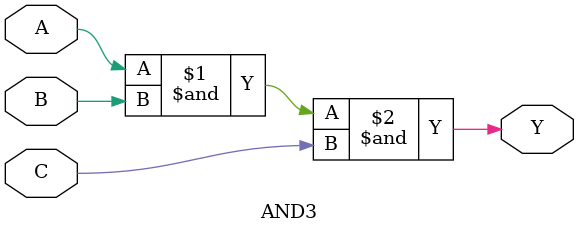
<source format=v>
module AND3(input A, input B, input C, output Y);
    assign Y = A & B & C;
endmodule

</source>
